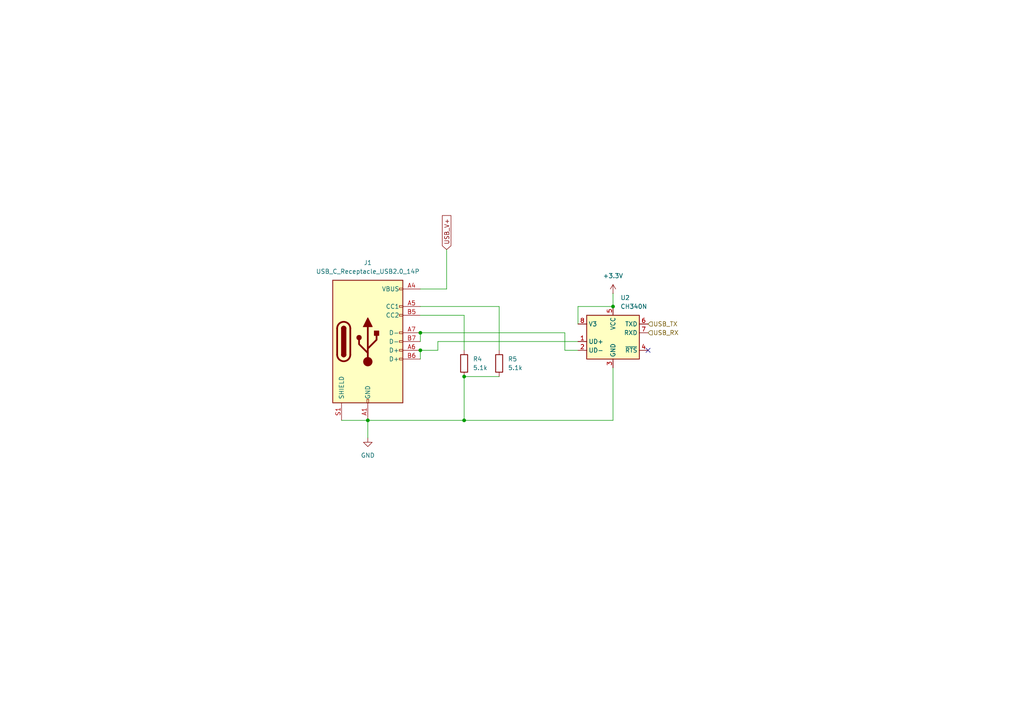
<source format=kicad_sch>
(kicad_sch (version 20250114) (generator "eeschema") (generator_version "9.0")
  (paper "A4")
  (lib_symbols
    (symbol "Connector:USB_C_Receptacle_USB2.0_14P" (pin_names (offset 1.016))
      (property "Reference" "J" (at 0 22.225 0))
      (property "Value" "USB_C_Receptacle_USB2.0_14P" (at 0 19.685 0))
      (symbol "USB_C_Receptacle_USB2.0_14P_0_0"
        (rectangle (start -0.254 -17.78) (end 0.254 -16.764))
        (rectangle (start 10.16 15.494) (end 9.144 14.986))
        (rectangle (start 10.16 10.414) (end 9.144 9.906))
        (rectangle (start 10.16 7.874) (end 9.144 7.366))
        (rectangle (start 10.16 2.794) (end 9.144 2.286))
        (rectangle (start 10.16 0.254) (end 9.144 -0.254))
        (rectangle (start 10.16 -2.286) (end 9.144 -2.794))
        (rectangle (start 10.16 -4.826) (end 9.144 -5.334))
      )
      (symbol "USB_C_Receptacle_USB2.0_14P_0_1"
        (rectangle (start -10.16 17.78) (end 10.16 -17.78) (stroke (width 0.254)) (fill (type background)))
        (polyline (pts (xy -8.89 -3.81) (xy -8.89 3.81)) (stroke (width 0.508)))
        (rectangle (start -7.62 -3.81) (end -6.35 3.81) (stroke (width 0.254)) (fill (type outline)))
        (arc (start -7.62 3.81) (mid -6.985 4.4423) (end -6.35 3.81) (stroke (width 0.254)))
        (arc (start -7.62 3.81) (mid -6.985 4.4423) (end -6.35 3.81) (stroke (width 0.254)) (fill (type outline)))
        (arc (start -8.89 3.81) (mid -6.985 5.7067) (end -5.08 3.81) (stroke (width 0.508)))
        (arc (start -5.08 -3.81) (mid -6.985 -5.7067) (end -8.89 -3.81) (stroke (width 0.508)))
        (arc (start -6.35 -3.81) (mid -6.985 -4.4423) (end -7.62 -3.81) (stroke (width 0.254)))
        (arc (start -6.35 -3.81) (mid -6.985 -4.4423) (end -7.62 -3.81) (stroke (width 0.254)) (fill (type outline)))
        (polyline (pts (xy -5.08 3.81) (xy -5.08 -3.81)) (stroke (width 0.508)))
        (circle (center -2.54 1.143) (radius 0.635) (stroke (width 0.254)) (fill (type outline)))
        (polyline (pts (xy -1.27 4.318) (xy 0 6.858) (xy 1.27 4.318) (xy -1.27 4.318)) (stroke (width 0.254)) (fill (type outline)))
        (polyline (pts (xy 0 -2.032) (xy 2.54 0.508) (xy 2.54 1.778)) (stroke (width 0.508)))
        (polyline (pts (xy 0 -3.302) (xy -2.54 -0.762) (xy -2.54 0.508)) (stroke (width 0.508)))
        (polyline (pts (xy 0 -5.842) (xy 0 4.318)) (stroke (width 0.508)))
        (circle (center 0 -5.842) (radius 1.27) (fill (type outline)))
        (rectangle (start 1.905 1.778) (end 3.175 3.048) (stroke (width 0.254)) (fill (type outline)))
      )
      (symbol "USB_C_Receptacle_USB2.0_14P_1_1"
        (pin passive line (at -7.62 -22.86 90) (length 5.08) (name "SHIELD") (number "S1"))
        (pin passive line (at 0 -22.86 90) (length 5.08) (name "GND") (number "A1"))
        (pin passive line (at 0 -22.86 90) (length 5.08) (hide yes) (name "GND") (number "A12"))
        (pin passive line (at 0 -22.86 90) (length 5.08) (hide yes) (name "GND") (number "B1"))
        (pin passive line (at 0 -22.86 90) (length 5.08) (hide yes) (name "GND") (number "B12"))
        (pin passive line (at 15.24 15.24 180) (length 5.08) (name "VBUS") (number "A4"))
        (pin passive line (at 15.24 15.24 180) (length 5.08) (hide yes) (name "VBUS") (number "A9"))
        (pin passive line (at 15.24 15.24 180) (length 5.08) (hide yes) (name "VBUS") (number "B4"))
        (pin passive line (at 15.24 15.24 180) (length 5.08) (hide yes) (name "VBUS") (number "B9"))
        (pin bidirectional line (at 15.24 10.16 180) (length 5.08) (name "CC1") (number "A5"))
        (pin bidirectional line (at 15.24 7.62 180) (length 5.08) (name "CC2") (number "B5"))
        (pin bidirectional line (at 15.24 2.54 180) (length 5.08) (name "D-") (number "A7"))
        (pin bidirectional line (at 15.24 0 180) (length 5.08) (name "D-") (number "B7"))
        (pin bidirectional line (at 15.24 -2.54 180) (length 5.08) (name "D+") (number "A6"))
        (pin bidirectional line (at 15.24 -5.08 180) (length 5.08) (name "D+") (number "B6"))
      )
    )
    (symbol "Device:R" (pin_numbers (hide yes)) (pin_names (offset 0))
      (property "Reference" "R" (at 2.032 0 90))
      (property "Value" "R" (at 0 0 90))
      (symbol "R_0_1"
        (rectangle (start -1.016 -2.54) (end 1.016 2.54) (stroke (width 0.254)))
      )
      (symbol "R_1_1"
        (pin passive line (at 0 3.81 270) (length 1.27) (name "~") (number "1"))
        (pin passive line (at 0 -3.81 90) (length 1.27) (name "~") (number "2"))
      )
    )
    (symbol "Interface_USB:CH340N"
      (property "Reference" "U" (at -7.62 6.35 0))
      (property "Value" "CH340N" (at 7.62 6.35 0))
      (symbol "CH340N_0_1"
        (rectangle (start -7.62 5.08) (end 7.62 -7.62) (stroke (width 0.254)) (fill (type background)))
      )
      (symbol "CH340N_1_1"
        (pin passive line (at -10.16 2.54 0) (length 2.54) (name "V3") (number "8"))
        (pin bidirectional line (at -10.16 -2.54 0) (length 2.54) (name "UD+") (number "1"))
        (pin bidirectional line (at -10.16 -5.08 0) (length 2.54) (name "UD-") (number "2"))
        (pin power_in line (at 0 7.62 270) (length 2.54) (name "VCC") (number "5"))
        (pin power_in line (at 0 -10.16 90) (length 2.54) (name "GND") (number "3"))
        (pin output line (at 10.16 2.54 180) (length 2.54) (name "TXD") (number "6"))
        (pin input line (at 10.16 0 180) (length 2.54) (name "RXD") (number "7"))
        (pin output line (at 10.16 -5.08 180) (length 2.54) (name "~{RTS}") (number "4"))
      )
    )
    (symbol "power:+3.3V" (power) (pin_numbers (hide yes)) (pin_names (offset 0) (hide yes))
      (property "Value" "+3.3V" (at 0 3.556 0))
      (symbol "+3.3V_0_1"
        (polyline (pts (xy -0.762 1.27) (xy 0 2.54)))
        (polyline (pts (xy 0 2.54) (xy 0.762 1.27)))
        (polyline (pts (xy 0 0) (xy 0 2.54)))
      )
      (symbol "+3.3V_1_1"
        (pin power_in line (at 0 0 90) (length 0) (name "~") (number "1"))
      )
    )
    (symbol "power:GND" (power) (pin_numbers (hide yes)) (pin_names (offset 0) (hide yes))
      (property "Value" "GND" (at 0 -3.81 0))
      (symbol "GND_0_1"
        (polyline (pts (xy 0 0) (xy 0 -1.27) (xy 1.27 -1.27) (xy 0 -2.54) (xy -1.27 -1.27) (xy 0 -1.27)))
      )
      (symbol "GND_1_1"
        (pin power_in line (at 0 0 270) (length 0) (name "~") (number "1"))
      )
    )
  )
  (junction (at 134.62 121.92))
  (junction (at 134.62 109.22))
  (junction (at 106.68 121.92))
  (junction (at 121.92 101.6))
  (junction (at 177.8 88.9))
  (junction (at 121.92 96.52))
  (no_connect (at 187.96 101.6))
  (wire (pts (xy 177.8 121.92) (xy 134.62 121.92)))
  (wire (pts (xy 121.92 83.82) (xy 129.54 83.82)))
  (wire (pts (xy 167.64 93.98) (xy 167.64 88.9)))
  (wire (pts (xy 121.92 88.9) (xy 144.78 88.9)))
  (wire (pts (xy 144.78 88.9) (xy 144.78 101.6)))
  (wire (pts (xy 99.06 121.92) (xy 106.68 121.92)))
  (wire (pts (xy 121.92 101.6) (xy 121.92 104.14)))
  (wire (pts (xy 167.64 101.6) (xy 163.83 101.6)))
  (wire (pts (xy 129.54 72.39) (xy 129.54 83.82)))
  (wire (pts (xy 177.8 106.68) (xy 177.8 121.92)))
  (wire (pts (xy 121.92 91.44) (xy 134.62 91.44)))
  (wire (pts (xy 177.8 85.09) (xy 177.8 88.9)))
  (wire (pts (xy 134.62 109.22) (xy 134.62 121.92)))
  (wire (pts (xy 134.62 91.44) (xy 134.62 101.6)))
  (wire (pts (xy 134.62 109.22) (xy 144.78 109.22)))
  (wire (pts (xy 127 99.06) (xy 127 101.6)))
  (wire (pts (xy 134.62 121.92) (xy 106.68 121.92)))
  (wire (pts (xy 163.83 96.52) (xy 121.92 96.52)))
  (wire (pts (xy 121.92 96.52) (xy 121.92 99.06)))
  (wire (pts (xy 127 101.6) (xy 121.92 101.6)))
  (wire (pts (xy 163.83 101.6) (xy 163.83 96.52)))
  (wire (pts (xy 167.64 99.06) (xy 127 99.06)))
  (wire (pts (xy 167.64 88.9) (xy 177.8 88.9)))
  (wire (pts (xy 106.68 121.92) (xy 106.68 127)))
  (global_label "USB_V+" (shape input) (at 129.54 72.39 90) (property "Intersheetrefs" "${INTERSHEET_REFS}" (effects (hide yes))))
  (hierarchical_label "USB_RX" (shape input) (at 187.96 96.52 0))
  (hierarchical_label "USB_TX" (shape input) (at 187.96 93.98 0))
  (symbol (lib_id "Device:R") (at 144.78 105.41 0) (unit 1)
    (property "Reference" "R5" (at 147.32 104.1399 0) (effects (justify left)))
    (property "Value" "5.1k" (at 147.32 106.6799 0) (effects (justify left)))
    (property "Footprint" "Resistor_SMD:R_0402_1005Metric" (effects (hide yes)))
    (property "Description" "Resistor" (effects (hide yes)))
  )
  (symbol (lib_id "Interface_USB:CH340N") (at 177.8 96.52 0) (unit 1)
    (property "Reference" "U2" (at 179.9433 86.36 0) (effects (justify left)))
    (property "Value" "CH340N" (at 179.9433 88.9 0) (effects (justify left)))
    (property "Footprint" "Package_SO:JEITA_SOIC-8_3.9x4.9mm_P1.27mm" (effects (hide yes)))
    (property "Datasheet" "https://aitendo3.sakura.ne.jp/aitendo_data/product_img/ic/inteface/CH340N/ch340n.pdf" (effects (hide yes)))
    (property "Description" "USB serial converter, 2Mbps, UART, JEITA SOIC-8 (SOP-8)" (effects (hide yes)))
  )
  (symbol (lib_id "Connector:USB_C_Receptacle_USB2.0_14P") (at 106.68 99.06 0) (unit 1)
    (property "Reference" "J1" (at 106.68 76.2 0))
    (property "Value" "USB_C_Receptacle_USB2.0_14P" (at 106.68 78.74 0))
    (property "Footprint" "Connector_USB:USB_C_Receptacle_JAE_DX07S016JA1R1500" (effects (hide yes)))
    (property "Datasheet" "https://www.usb.org/sites/default/files/documents/usb_type-c.zip" (effects (hide yes)))
    (property "Description" "USB 2.0-only 14P Type-C Receptacle connector" (effects (hide yes)))
  )
  (symbol (lib_id "Device:R") (at 134.62 105.41 0) (unit 1)
    (property "Reference" "R4" (at 137.16 104.1399 0) (effects (justify left)))
    (property "Value" "5.1k" (at 137.16 106.6799 0) (effects (justify left)))
    (property "Footprint" "Resistor_SMD:R_0402_1005Metric" (effects (hide yes)))
    (property "Description" "Resistor" (effects (hide yes)))
  )
  (symbol (lib_id "power:GND") (at 106.68 127 0) (unit 1)
    (property "Reference" "#PWR011" (effects (hide yes)))
    (property "Value" "GND" (at 106.68 132.08 0))
    (property "Description" "Power symbol creates a global label with name \"GND\" , ground" (effects (hide yes)))
  )
  (symbol (lib_id "power:+3.3V") (at 177.8 85.09 0) (unit 1)
    (property "Reference" "#PWR013" (effects (hide yes)))
    (property "Value" "+3.3V" (at 177.8 80.01 0))
    (property "Description" "Power symbol creates a global label with name \"+3.3V\"" (effects (hide yes)))
  )
)
</source>
